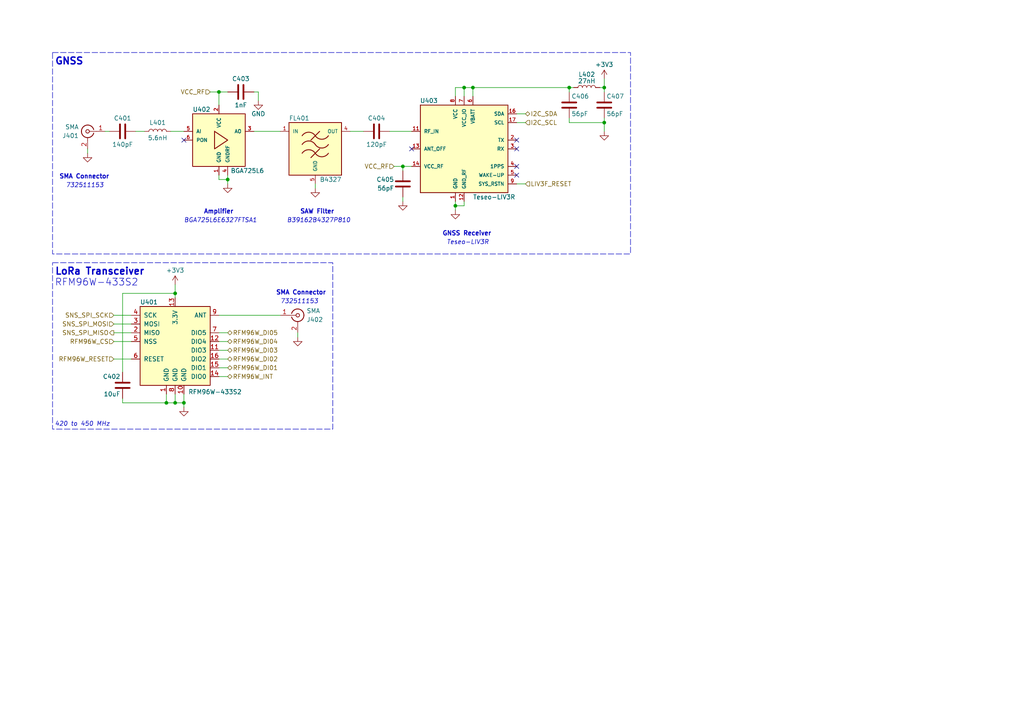
<source format=kicad_sch>
(kicad_sch (version 20230121) (generator eeschema)

  (uuid 25e87aab-0877-4568-a426-1d554c854643)

  (paper "A4")

  (title_block
    (title "MIDAS RF MK1")
    (date "2023-11-10")
    (rev "A")
    (company "Illinois Space Society")
    (comment 4 "Contributors: Yubo Wu")
  )

  (lib_symbols
    (symbol "Connector:Conn_Coaxial" (pin_names (offset 1.016) hide) (in_bom yes) (on_board yes)
      (property "Reference" "J" (at 0.254 3.048 0)
        (effects (font (size 1.27 1.27)))
      )
      (property "Value" "Conn_Coaxial" (at 2.921 0 90)
        (effects (font (size 1.27 1.27)))
      )
      (property "Footprint" "" (at 0 0 0)
        (effects (font (size 1.27 1.27)) hide)
      )
      (property "Datasheet" " ~" (at 0 0 0)
        (effects (font (size 1.27 1.27)) hide)
      )
      (property "ki_keywords" "BNC SMA SMB SMC LEMO coaxial connector CINCH RCA" (at 0 0 0)
        (effects (font (size 1.27 1.27)) hide)
      )
      (property "ki_description" "coaxial connector (BNC, SMA, SMB, SMC, Cinch/RCA, LEMO, ...)" (at 0 0 0)
        (effects (font (size 1.27 1.27)) hide)
      )
      (property "ki_fp_filters" "*BNC* *SMA* *SMB* *SMC* *Cinch* *LEMO*" (at 0 0 0)
        (effects (font (size 1.27 1.27)) hide)
      )
      (symbol "Conn_Coaxial_0_1"
        (arc (start -1.778 -0.508) (mid 0.2311 -1.8066) (end 1.778 0)
          (stroke (width 0.254) (type default))
          (fill (type none))
        )
        (polyline
          (pts
            (xy -2.54 0)
            (xy -0.508 0)
          )
          (stroke (width 0) (type default))
          (fill (type none))
        )
        (polyline
          (pts
            (xy 0 -2.54)
            (xy 0 -1.778)
          )
          (stroke (width 0) (type default))
          (fill (type none))
        )
        (circle (center 0 0) (radius 0.508)
          (stroke (width 0.2032) (type default))
          (fill (type none))
        )
        (arc (start 1.778 0) (mid 0.2099 1.8101) (end -1.778 0.508)
          (stroke (width 0.254) (type default))
          (fill (type none))
        )
      )
      (symbol "Conn_Coaxial_1_1"
        (pin passive line (at -5.08 0 0) (length 2.54)
          (name "In" (effects (font (size 1.27 1.27))))
          (number "1" (effects (font (size 1.27 1.27))))
        )
        (pin passive line (at 0 -5.08 90) (length 2.54)
          (name "Ext" (effects (font (size 1.27 1.27))))
          (number "2" (effects (font (size 1.27 1.27))))
        )
      )
    )
    (symbol "D24V50F5:C" (pin_numbers hide) (pin_names (offset 0.254)) (in_bom yes) (on_board yes)
      (property "Reference" "C" (at 0.635 2.54 0)
        (effects (font (size 1.27 1.27)) (justify left))
      )
      (property "Value" "C" (at 0.635 -2.54 0)
        (effects (font (size 1.27 1.27)) (justify left))
      )
      (property "Footprint" "" (at 0.9652 -3.81 0)
        (effects (font (size 1.27 1.27)) hide)
      )
      (property "Datasheet" "~" (at 0 0 0)
        (effects (font (size 1.27 1.27)) hide)
      )
      (property "ki_keywords" "cap capacitor" (at 0 0 0)
        (effects (font (size 1.27 1.27)) hide)
      )
      (property "ki_description" "Unpolarized capacitor" (at 0 0 0)
        (effects (font (size 1.27 1.27)) hide)
      )
      (property "ki_fp_filters" "C_*" (at 0 0 0)
        (effects (font (size 1.27 1.27)) hide)
      )
      (symbol "C_0_1"
        (polyline
          (pts
            (xy -2.032 -0.762)
            (xy 2.032 -0.762)
          )
          (stroke (width 0.508) (type default))
          (fill (type none))
        )
        (polyline
          (pts
            (xy -2.032 0.762)
            (xy 2.032 0.762)
          )
          (stroke (width 0.508) (type default))
          (fill (type none))
        )
      )
      (symbol "C_1_1"
        (pin passive line (at 0 3.81 270) (length 2.794)
          (name "~" (effects (font (size 1.27 1.27))))
          (number "1" (effects (font (size 1.27 1.27))))
        )
        (pin passive line (at 0 -3.81 90) (length 2.794)
          (name "~" (effects (font (size 1.27 1.27))))
          (number "2" (effects (font (size 1.27 1.27))))
        )
      )
    )
    (symbol "Device:C" (pin_numbers hide) (pin_names (offset 0.254)) (in_bom yes) (on_board yes)
      (property "Reference" "C" (at 0.635 2.54 0)
        (effects (font (size 1.27 1.27)) (justify left))
      )
      (property "Value" "C" (at 0.635 -2.54 0)
        (effects (font (size 1.27 1.27)) (justify left))
      )
      (property "Footprint" "" (at 0.9652 -3.81 0)
        (effects (font (size 1.27 1.27)) hide)
      )
      (property "Datasheet" "~" (at 0 0 0)
        (effects (font (size 1.27 1.27)) hide)
      )
      (property "ki_keywords" "cap capacitor" (at 0 0 0)
        (effects (font (size 1.27 1.27)) hide)
      )
      (property "ki_description" "Unpolarized capacitor" (at 0 0 0)
        (effects (font (size 1.27 1.27)) hide)
      )
      (property "ki_fp_filters" "C_*" (at 0 0 0)
        (effects (font (size 1.27 1.27)) hide)
      )
      (symbol "C_0_1"
        (polyline
          (pts
            (xy -2.032 -0.762)
            (xy 2.032 -0.762)
          )
          (stroke (width 0.508) (type default))
          (fill (type none))
        )
        (polyline
          (pts
            (xy -2.032 0.762)
            (xy 2.032 0.762)
          )
          (stroke (width 0.508) (type default))
          (fill (type none))
        )
      )
      (symbol "C_1_1"
        (pin passive line (at 0 3.81 270) (length 2.794)
          (name "~" (effects (font (size 1.27 1.27))))
          (number "1" (effects (font (size 1.27 1.27))))
        )
        (pin passive line (at 0 -3.81 90) (length 2.794)
          (name "~" (effects (font (size 1.27 1.27))))
          (number "2" (effects (font (size 1.27 1.27))))
        )
      )
    )
    (symbol "Device:L" (pin_numbers hide) (pin_names (offset 1.016) hide) (in_bom yes) (on_board yes)
      (property "Reference" "L" (at -1.27 0 90)
        (effects (font (size 1.27 1.27)))
      )
      (property "Value" "L" (at 1.905 0 90)
        (effects (font (size 1.27 1.27)))
      )
      (property "Footprint" "" (at 0 0 0)
        (effects (font (size 1.27 1.27)) hide)
      )
      (property "Datasheet" "~" (at 0 0 0)
        (effects (font (size 1.27 1.27)) hide)
      )
      (property "ki_keywords" "inductor choke coil reactor magnetic" (at 0 0 0)
        (effects (font (size 1.27 1.27)) hide)
      )
      (property "ki_description" "Inductor" (at 0 0 0)
        (effects (font (size 1.27 1.27)) hide)
      )
      (property "ki_fp_filters" "Choke_* *Coil* Inductor_* L_*" (at 0 0 0)
        (effects (font (size 1.27 1.27)) hide)
      )
      (symbol "L_0_1"
        (arc (start 0 -2.54) (mid 0.6323 -1.905) (end 0 -1.27)
          (stroke (width 0) (type default))
          (fill (type none))
        )
        (arc (start 0 -1.27) (mid 0.6323 -0.635) (end 0 0)
          (stroke (width 0) (type default))
          (fill (type none))
        )
        (arc (start 0 0) (mid 0.6323 0.635) (end 0 1.27)
          (stroke (width 0) (type default))
          (fill (type none))
        )
        (arc (start 0 1.27) (mid 0.6323 1.905) (end 0 2.54)
          (stroke (width 0) (type default))
          (fill (type none))
        )
      )
      (symbol "L_1_1"
        (pin passive line (at 0 3.81 270) (length 1.27)
          (name "1" (effects (font (size 1.27 1.27))))
          (number "1" (effects (font (size 1.27 1.27))))
        )
        (pin passive line (at 0 -3.81 90) (length 1.27)
          (name "2" (effects (font (size 1.27 1.27))))
          (number "2" (effects (font (size 1.27 1.27))))
        )
      )
    )
    (symbol "RF_Amplifier_Infineon:BGA725L6" (pin_names (offset 1.016)) (in_bom yes) (on_board yes)
      (property "Reference" "U" (at -6.985 8.89 0)
        (effects (font (size 1.27 1.27)))
      )
      (property "Value" "BGA725L6" (at 6.985 8.89 0)
        (effects (font (size 1.27 1.27)))
      )
      (property "Footprint" "RF_Amplifier_Infineon:TSNP-6-2" (at 0 0 0)
        (effects (font (size 1.27 1.27)) (justify bottom) hide)
      )
      (property "Datasheet" "https://www.infineon.com/dgdl/BGA725L6_V2+0.pdf?folderId=db3a30431f848401011fcbf2ab4c04c4&fileId=db3a30433784a0400137ef9a4d341f23" (at 0 0 0)
        (effects (font (size 1.27 1.27)) hide)
      )
      (property "ki_keywords" "Low Noise Amplifier GNSS 20db 3.6mA Infineon" (at 0 0 0)
        (effects (font (size 1.27 1.27)) hide)
      )
      (property "ki_description" "Low Noise Amplifier GNSS 20db 3.6mA Infineon" (at 0 0 0)
        (effects (font (size 1.27 1.27)) hide)
      )
      (symbol "BGA725L6_0_0"
        (rectangle (start -7.62 7.62) (end 7.62 -7.62)
          (stroke (width 0.254) (type default))
          (fill (type background))
        )
        (pin power_in line (at 0 -10.16 90) (length 2.54)
          (name "GND" (effects (font (size 1.016 1.016))))
          (number "1" (effects (font (size 1.016 1.016))))
        )
        (pin power_in line (at 0 10.16 270) (length 2.54)
          (name "VCC" (effects (font (size 1.016 1.016))))
          (number "2" (effects (font (size 1.016 1.016))))
        )
        (pin output line (at 10.16 2.54 180) (length 2.54)
          (name "AO" (effects (font (size 1.016 1.016))))
          (number "3" (effects (font (size 1.016 1.016))))
        )
        (pin power_in line (at 2.54 -10.16 90) (length 2.54)
          (name "GNDRF" (effects (font (size 1.016 1.016))))
          (number "4" (effects (font (size 1.016 1.016))))
        )
        (pin input line (at -10.16 2.54 0) (length 2.54)
          (name "AI" (effects (font (size 1.016 1.016))))
          (number "5" (effects (font (size 1.016 1.016))))
        )
        (pin input line (at -10.16 0 0) (length 2.54)
          (name "PON" (effects (font (size 1.016 1.016))))
          (number "6" (effects (font (size 1.016 1.016))))
        )
      )
      (symbol "BGA725L6_1_1"
        (polyline
          (pts
            (xy -1.27 2.54)
            (xy 2.54 0)
            (xy -1.27 -2.54)
            (xy -1.27 2.54)
          )
          (stroke (width 0.254) (type default))
          (fill (type background))
        )
      )
    )
    (symbol "RF_Filter_Qualcomm:B4327" (pin_names (offset 1.016)) (in_bom yes) (on_board yes)
      (property "Reference" "FL" (at -6.35 8.89 0)
        (effects (font (size 1.27 1.27)))
      )
      (property "Value" "B4327" (at 5.08 8.89 0)
        (effects (font (size 1.27 1.27)))
      )
      (property "Footprint" "RF_Filter_Qualcomm:SMD-5" (at 2.54 -17.78 0)
        (effects (font (size 1.27 1.27)) (justify bottom) hide)
      )
      (property "Datasheet" "https://mm.digikey.com/Volume0/opasdata/d220001/medias/docus/992/B39162B4327P810_Rev2.2.pdf" (at -6.35 0 0)
        (effects (font (size 1.27 1.27)) hide)
      )
      (property "ki_keywords" "SAW RF filter Beidou GPS GLONASS Center 1582.4 MHz Qualcomm" (at 0 0 0)
        (effects (font (size 1.27 1.27)) hide)
      )
      (property "ki_description" "SAW RF filter, Beidou GPS GLONASS Center 1582.4 MHz Qualcomm" (at 0 0 0)
        (effects (font (size 1.27 1.27)) hide)
      )
      (symbol "B4327_0_0"
        (rectangle (start -7.62 7.62) (end 7.62 -7.62)
          (stroke (width 0.254) (type default))
          (fill (type background))
        )
        (pin input line (at -10.16 5.08 0) (length 2.54)
          (name "IN" (effects (font (size 1.016 1.016))))
          (number "1" (effects (font (size 1.016 1.016))))
        )
        (pin output line (at 10.16 5.08 180) (length 2.54)
          (name "OUT" (effects (font (size 1.016 1.016))))
          (number "4" (effects (font (size 1.016 1.016))))
        )
        (pin power_in line (at 0 -10.16 90) (length 2.54)
          (name "GND" (effects (font (size 1.016 1.016))))
          (number "5" (effects (font (size 1.016 1.016))))
        )
      )
      (symbol "B4327_0_1"
        (arc (start 0 -1.2699) (mid -1.905 -0.2504) (end -3.81 -1.2699)
          (stroke (width 0.254) (type default))
          (fill (type none))
        )
        (arc (start 0 -1.2699) (mid 1.905 -2.2894) (end 3.81 -1.2699)
          (stroke (width 0.254) (type default))
          (fill (type none))
        )
        (polyline
          (pts
            (xy -1.27 -2.5399)
            (xy 1.27 0.0001)
          )
          (stroke (width 0.254) (type default))
          (fill (type none))
        )
        (polyline
          (pts
            (xy -1.27 2.5401)
            (xy 1.27 5.0801)
          )
          (stroke (width 0.254) (type default))
          (fill (type none))
        )
        (arc (start 0 1.2701) (mid -1.905 2.2896) (end -3.81 1.2701)
          (stroke (width 0.254) (type default))
          (fill (type none))
        )
        (arc (start 0 1.2701) (mid 1.905 0.2506) (end 3.81 1.2701)
          (stroke (width 0.254) (type default))
          (fill (type none))
        )
        (arc (start 0 3.8101) (mid -1.905 4.8296) (end -3.81 3.8101)
          (stroke (width 0.254) (type default))
          (fill (type none))
        )
        (arc (start 0 3.8101) (mid 1.905 2.7906) (end 3.81 3.8101)
          (stroke (width 0.254) (type default))
          (fill (type none))
        )
      )
      (symbol "B4327_1_0"
        (pin power_in line (at 0 -10.16 90) (length 2.54) hide
          (name "GND" (effects (font (size 1.016 1.016))))
          (number "2" (effects (font (size 1.016 1.016))))
        )
        (pin power_in line (at 0 -10.16 90) (length 2.54) hide
          (name "GND" (effects (font (size 1.016 1.016))))
          (number "3" (effects (font (size 1.016 1.016))))
        )
      )
    )
    (symbol "RF_GPS_ST:Teseo-LIV3R" (pin_names (offset 1.016)) (in_bom yes) (on_board yes)
      (property "Reference" "U" (at 40.64 -45.72 0)
        (effects (font (size 1.27 1.27)))
      )
      (property "Value" "Teseo-LIV3R" (at 40.64 -43.18 0)
        (effects (font (size 1.27 1.27)))
      )
      (property "Footprint" "RF_GPS_ST:Teseo-LIV3R" (at -12.7 -40.64 0)
        (effects (font (size 1.27 1.27)) (justify bottom) hide)
      )
      (property "Datasheet" "https://www.st.com/resource/en/datasheet/teseo-liv3r.pdf" (at -2.54 -50.8 0)
        (effects (font (size 1.27 1.27)) hide)
      )
      (property "ki_keywords" "GNSS GPS Module ROM 100km 163 dBm tracking sensitivity 1.5 m CEP ST STMicroelectronics" (at 0 0 0)
        (effects (font (size 1.27 1.27)) hide)
      )
      (property "ki_description" "GNSS Module ROM 100km, 163 dBm tracking sensitivity, 1.5 m CEP ST" (at 0 0 0)
        (effects (font (size 1.27 1.27)) hide)
      )
      (symbol "Teseo-LIV3R_0_0"
        (rectangle (start -12.7 12.7) (end 12.7 -12.7)
          (stroke (width 0.254) (type default))
          (fill (type background))
        )
        (pin power_in line (at 2.54 -15.24 90) (length 2.54)
          (name "GND" (effects (font (size 1.016 1.016))))
          (number "1" (effects (font (size 1.016 1.016))))
        )
        (pin input line (at 15.24 5.08 180) (length 2.54)
          (name "RF_IN" (effects (font (size 1.016 1.016))))
          (number "11" (effects (font (size 1.016 1.016))))
        )
        (pin power_in line (at 0 -15.24 90) (length 2.54)
          (name "GND_RF" (effects (font (size 1.016 1.016))))
          (number "12" (effects (font (size 1.016 1.016))))
        )
        (pin output line (at 15.24 0 180) (length 2.54)
          (name "ANT_OFF" (effects (font (size 1.016 1.016))))
          (number "13" (effects (font (size 1.016 1.016))))
        )
        (pin power_out line (at 15.24 -5.08 180) (length 2.54)
          (name "VCC_RF" (effects (font (size 1.016 1.016))))
          (number "14" (effects (font (size 1.016 1.016))))
        )
        (pin bidirectional line (at -15.24 10.16 0) (length 2.54)
          (name "SDA" (effects (font (size 1.016 1.016))))
          (number "16" (effects (font (size 1.016 1.016))))
        )
        (pin input line (at -15.24 7.62 0) (length 2.54)
          (name "SCL" (effects (font (size 1.016 1.016))))
          (number "17" (effects (font (size 1.016 1.016))))
        )
        (pin output line (at -15.24 2.54 0) (length 2.54)
          (name "TX" (effects (font (size 1.016 1.016))))
          (number "2" (effects (font (size 1.016 1.016))))
        )
        (pin input line (at -15.24 0 0) (length 2.54)
          (name "RX" (effects (font (size 1.016 1.016))))
          (number "3" (effects (font (size 1.016 1.016))))
        )
        (pin output line (at -15.24 -5.08 0) (length 2.54)
          (name "1PPS" (effects (font (size 1.016 1.016))))
          (number "4" (effects (font (size 1.016 1.016))))
        )
        (pin input line (at -15.24 -7.62 0) (length 2.54)
          (name "WAKE-UP" (effects (font (size 1.016 1.016))))
          (number "5" (effects (font (size 1.016 1.016))))
        )
        (pin power_in line (at -2.54 15.24 270) (length 2.54)
          (name "VBATT" (effects (font (size 1.016 1.016))))
          (number "6" (effects (font (size 1.016 1.016))))
        )
        (pin power_in line (at 0 15.24 270) (length 2.54)
          (name "VCC_IO" (effects (font (size 1.016 1.016))))
          (number "7" (effects (font (size 1.016 1.016))))
        )
        (pin power_in line (at 2.54 15.24 270) (length 2.54)
          (name "VCC" (effects (font (size 1.016 1.016))))
          (number "8" (effects (font (size 1.016 1.016))))
        )
        (pin input line (at -15.24 -10.16 0) (length 2.54)
          (name "SYS_RSTN" (effects (font (size 1.016 1.016))))
          (number "9" (effects (font (size 1.016 1.016))))
        )
      )
      (symbol "Teseo-LIV3R_1_0"
        (pin power_in line (at 0 -15.24 90) (length 2.54) hide
          (name "GND_RF" (effects (font (size 1.016 1.016))))
          (number "10" (effects (font (size 1.016 1.016))))
        )
        (pin no_connect line (at 15.24 -10.16 180) (length 2.54) hide
          (name "RESERVED" (effects (font (size 1.016 1.016))))
          (number "15" (effects (font (size 1.016 1.016))))
        )
        (pin no_connect line (at 15.24 -10.16 180) (length 2.54) hide
          (name "RESERVED" (effects (font (size 1.016 1.016))))
          (number "18" (effects (font (size 1.016 1.016))))
        )
      )
    )
    (symbol "RF_Module:RFM96W-433S2" (pin_names (offset 1.016)) (in_bom yes) (on_board yes)
      (property "Reference" "U" (at -10.414 11.684 0)
        (effects (font (size 1.27 1.27)) (justify left))
      )
      (property "Value" "RFM96W-433S2" (at 1.524 11.43 0)
        (effects (font (size 1.27 1.27)) (justify left))
      )
      (property "Footprint" "" (at -83.82 41.91 0)
        (effects (font (size 1.27 1.27)) hide)
      )
      (property "Datasheet" "https://www.hoperf.com/data/upload/portal/20181127/5bfcc0ac60235.pdf" (at -83.82 41.91 0)
        (effects (font (size 1.27 1.27)) hide)
      )
      (property "ki_keywords" "Low power long range transceiver module" (at 0 0 0)
        (effects (font (size 1.27 1.27)) hide)
      )
      (property "ki_description" "Low power long range transceiver module, SPI and parallel interface, 433 MHz, spreading factor 6 to12, bandwidth 7.8 to 500kHz, -111 to -148 dBm, SMD-16, DIP-16" (at 0 0 0)
        (effects (font (size 1.27 1.27)) hide)
      )
      (property "ki_fp_filters" "HOPERF*RFM9XW*" (at 0 0 0)
        (effects (font (size 1.27 1.27)) hide)
      )
      (symbol "RFM96W-433S2_0_1"
        (rectangle (start -10.16 10.16) (end 10.16 -12.7)
          (stroke (width 0.254) (type default))
          (fill (type background))
        )
      )
      (symbol "RFM96W-433S2_1_1"
        (pin power_in line (at -2.54 -15.24 90) (length 2.54)
          (name "GND" (effects (font (size 1.27 1.27))))
          (number "1" (effects (font (size 1.27 1.27))))
        )
        (pin power_in line (at 2.54 -15.24 90) (length 2.54)
          (name "GND" (effects (font (size 1.27 1.27))))
          (number "10" (effects (font (size 1.27 1.27))))
        )
        (pin bidirectional line (at 12.7 -2.54 180) (length 2.54)
          (name "DIO3" (effects (font (size 1.27 1.27))))
          (number "11" (effects (font (size 1.27 1.27))))
        )
        (pin bidirectional line (at 12.7 0 180) (length 2.54)
          (name "DIO4" (effects (font (size 1.27 1.27))))
          (number "12" (effects (font (size 1.27 1.27))))
        )
        (pin power_in line (at 0 12.7 270) (length 2.54)
          (name "3.3V" (effects (font (size 1.27 1.27))))
          (number "13" (effects (font (size 1.27 1.27))))
        )
        (pin bidirectional line (at 12.7 -10.16 180) (length 2.54)
          (name "DIO0" (effects (font (size 1.27 1.27))))
          (number "14" (effects (font (size 1.27 1.27))))
        )
        (pin bidirectional line (at 12.7 -7.62 180) (length 2.54)
          (name "DIO1" (effects (font (size 1.27 1.27))))
          (number "15" (effects (font (size 1.27 1.27))))
        )
        (pin bidirectional line (at 12.7 -5.08 180) (length 2.54)
          (name "DIO2" (effects (font (size 1.27 1.27))))
          (number "16" (effects (font (size 1.27 1.27))))
        )
        (pin output line (at -12.7 2.54 0) (length 2.54)
          (name "MISO" (effects (font (size 1.27 1.27))))
          (number "2" (effects (font (size 1.27 1.27))))
        )
        (pin input line (at -12.7 5.08 0) (length 2.54)
          (name "MOSI" (effects (font (size 1.27 1.27))))
          (number "3" (effects (font (size 1.27 1.27))))
        )
        (pin input line (at -12.7 7.62 0) (length 2.54)
          (name "SCK" (effects (font (size 1.27 1.27))))
          (number "4" (effects (font (size 1.27 1.27))))
        )
        (pin input line (at -12.7 0 0) (length 2.54)
          (name "NSS" (effects (font (size 1.27 1.27))))
          (number "5" (effects (font (size 1.27 1.27))))
        )
        (pin bidirectional line (at -12.7 -5.08 0) (length 2.54)
          (name "RESET" (effects (font (size 1.27 1.27))))
          (number "6" (effects (font (size 1.27 1.27))))
        )
        (pin bidirectional line (at 12.7 2.54 180) (length 2.54)
          (name "DIO5" (effects (font (size 1.27 1.27))))
          (number "7" (effects (font (size 1.27 1.27))))
        )
        (pin power_in line (at 0 -15.24 90) (length 2.54)
          (name "GND" (effects (font (size 1.27 1.27))))
          (number "8" (effects (font (size 1.27 1.27))))
        )
        (pin bidirectional line (at 12.7 7.62 180) (length 2.54)
          (name "ANT" (effects (font (size 1.27 1.27))))
          (number "9" (effects (font (size 1.27 1.27))))
        )
      )
    )
    (symbol "power:+3V3" (power) (pin_names (offset 0)) (in_bom yes) (on_board yes)
      (property "Reference" "#PWR" (at 0 -3.81 0)
        (effects (font (size 1.27 1.27)) hide)
      )
      (property "Value" "+3V3" (at 0 3.556 0)
        (effects (font (size 1.27 1.27)))
      )
      (property "Footprint" "" (at 0 0 0)
        (effects (font (size 1.27 1.27)) hide)
      )
      (property "Datasheet" "" (at 0 0 0)
        (effects (font (size 1.27 1.27)) hide)
      )
      (property "ki_keywords" "global power" (at 0 0 0)
        (effects (font (size 1.27 1.27)) hide)
      )
      (property "ki_description" "Power symbol creates a global label with name \"+3V3\"" (at 0 0 0)
        (effects (font (size 1.27 1.27)) hide)
      )
      (symbol "+3V3_0_1"
        (polyline
          (pts
            (xy -0.762 1.27)
            (xy 0 2.54)
          )
          (stroke (width 0) (type default))
          (fill (type none))
        )
        (polyline
          (pts
            (xy 0 0)
            (xy 0 2.54)
          )
          (stroke (width 0) (type default))
          (fill (type none))
        )
        (polyline
          (pts
            (xy 0 2.54)
            (xy 0.762 1.27)
          )
          (stroke (width 0) (type default))
          (fill (type none))
        )
      )
      (symbol "+3V3_1_1"
        (pin power_in line (at 0 0 90) (length 0) hide
          (name "+3V3" (effects (font (size 1.27 1.27))))
          (number "1" (effects (font (size 1.27 1.27))))
        )
      )
    )
    (symbol "power:GND" (power) (pin_names (offset 0)) (in_bom yes) (on_board yes)
      (property "Reference" "#PWR" (at 0 -6.35 0)
        (effects (font (size 1.27 1.27)) hide)
      )
      (property "Value" "GND" (at 0 -3.81 0)
        (effects (font (size 1.27 1.27)))
      )
      (property "Footprint" "" (at 0 0 0)
        (effects (font (size 1.27 1.27)) hide)
      )
      (property "Datasheet" "" (at 0 0 0)
        (effects (font (size 1.27 1.27)) hide)
      )
      (property "ki_keywords" "global power" (at 0 0 0)
        (effects (font (size 1.27 1.27)) hide)
      )
      (property "ki_description" "Power symbol creates a global label with name \"GND\" , ground" (at 0 0 0)
        (effects (font (size 1.27 1.27)) hide)
      )
      (symbol "GND_0_1"
        (polyline
          (pts
            (xy 0 0)
            (xy 0 -1.27)
            (xy 1.27 -1.27)
            (xy 0 -2.54)
            (xy -1.27 -1.27)
            (xy 0 -1.27)
          )
          (stroke (width 0) (type default))
          (fill (type none))
        )
      )
      (symbol "GND_1_1"
        (pin power_in line (at 0 0 270) (length 0) hide
          (name "GND" (effects (font (size 1.27 1.27))))
          (number "1" (effects (font (size 1.27 1.27))))
        )
      )
    )
  )

  (junction (at 137.16 25.4) (diameter 0) (color 0 0 0 0)
    (uuid 090a6cb9-6d4a-4854-a20a-2c2732df7054)
  )
  (junction (at 50.8 116.84) (diameter 0) (color 0 0 0 0)
    (uuid 0ba13694-939c-4532-9187-4742aa17f50e)
  )
  (junction (at 63.5 26.67) (diameter 0) (color 0 0 0 0)
    (uuid 11a83047-24d5-485c-b791-3fa38fd032ba)
  )
  (junction (at 66.04 52.07) (diameter 0) (color 0 0 0 0)
    (uuid 16e415d0-fd45-4d40-90f8-3097c0fbd2de)
  )
  (junction (at 48.26 116.84) (diameter 0) (color 0 0 0 0)
    (uuid 6132ba98-10d2-46e9-8a75-37908c3d83cb)
  )
  (junction (at 50.8 85.09) (diameter 0) (color 0 0 0 0)
    (uuid 6ff050e2-fdb7-40da-a6c9-d93cbfc16d46)
  )
  (junction (at 175.26 25.4) (diameter 0) (color 0 0 0 0)
    (uuid 76866073-c301-47a5-a290-a8f9c9921380)
  )
  (junction (at 132.08 59.69) (diameter 0) (color 0 0 0 0)
    (uuid 8ad7099c-ef57-4e2f-9c77-d4bc9af13d59)
  )
  (junction (at 116.84 48.26) (diameter 0) (color 0 0 0 0)
    (uuid 9502afc8-c1b1-44cd-a291-f151caa7551d)
  )
  (junction (at 134.62 25.4) (diameter 0) (color 0 0 0 0)
    (uuid a9b13e46-2f85-4e8a-805c-53976fd75c88)
  )
  (junction (at 175.26 35.56) (diameter 0) (color 0 0 0 0)
    (uuid d0c4325c-970e-4ab3-beec-4f9d644566d5)
  )
  (junction (at 53.34 116.84) (diameter 0) (color 0 0 0 0)
    (uuid f851b4d0-1fe9-4430-98c8-ff0cf3ffa95b)
  )
  (junction (at 165.1 25.4) (diameter 0) (color 0 0 0 0)
    (uuid f96cc8cc-ce3d-4daa-93da-bf626e2719bd)
  )

  (no_connect (at 149.86 48.26) (uuid 1e44f6a7-1fb4-44e2-8f15-236bce9aa898))
  (no_connect (at 53.34 40.64) (uuid 49a84844-6fa3-46f4-8694-3a10ed2a0b99))
  (no_connect (at 149.86 43.18) (uuid 6c83b8ca-f50c-4bdf-9702-1f599c997f96))
  (no_connect (at 149.86 50.8) (uuid ad9112ad-e23c-45f6-bd99-717d6cd4a26f))
  (no_connect (at 149.86 40.64) (uuid b14df118-85a9-408a-8098-487c2b74a401))
  (no_connect (at 119.38 43.18) (uuid c7a5ecf8-b22b-41db-8406-21c6ab395c1b))

  (wire (pts (xy 35.56 85.09) (xy 50.8 85.09))
    (stroke (width 0) (type default))
    (uuid 03087d76-77f1-441e-b954-9768bfde7810)
  )
  (wire (pts (xy 132.08 59.69) (xy 132.08 60.96))
    (stroke (width 0) (type default))
    (uuid 06f89051-9556-4821-9f18-ade0e598e1dc)
  )
  (wire (pts (xy 134.62 59.69) (xy 134.62 58.42))
    (stroke (width 0) (type default))
    (uuid 079c0b26-b7dc-4f6b-b5be-e33cb2783749)
  )
  (wire (pts (xy 175.26 25.4) (xy 173.99 25.4))
    (stroke (width 0) (type default))
    (uuid 0a99bfae-ac2e-4095-a01e-eb14597ae6fa)
  )
  (wire (pts (xy 63.5 109.22) (xy 66.04 109.22))
    (stroke (width 0) (type default))
    (uuid 0f4f4dd6-1e93-400f-9ebf-c53a5f9a105f)
  )
  (wire (pts (xy 63.5 50.8) (xy 63.5 52.07))
    (stroke (width 0) (type default))
    (uuid 11c3354a-2b31-4cd2-a108-4a554e644a82)
  )
  (wire (pts (xy 49.53 38.1) (xy 53.34 38.1))
    (stroke (width 0) (type default))
    (uuid 14024566-1e4e-432d-ba45-8601f4ec9dcb)
  )
  (wire (pts (xy 50.8 85.09) (xy 50.8 86.36))
    (stroke (width 0) (type default))
    (uuid 1bcd572d-f1ea-4723-a50f-d4a0e0e53bf6)
  )
  (wire (pts (xy 113.03 38.1) (xy 119.38 38.1))
    (stroke (width 0) (type default))
    (uuid 25415565-3c25-453b-bdd7-8ef6d7b879e3)
  )
  (wire (pts (xy 48.26 116.84) (xy 50.8 116.84))
    (stroke (width 0) (type default))
    (uuid 25a2b644-a177-435c-9882-4ba7fee900fe)
  )
  (wire (pts (xy 63.5 30.48) (xy 63.5 26.67))
    (stroke (width 0) (type default))
    (uuid 272bba3c-7fa4-47ce-8a36-c01b7916a1f2)
  )
  (wire (pts (xy 86.36 96.52) (xy 86.36 97.79))
    (stroke (width 0) (type default))
    (uuid 2849c13f-74d0-4cf8-98db-d5b3e72362c5)
  )
  (wire (pts (xy 25.4 43.18) (xy 25.4 44.45))
    (stroke (width 0) (type default))
    (uuid 2aff4f09-ae1c-4859-9e98-7d776910f2f1)
  )
  (wire (pts (xy 50.8 82.55) (xy 50.8 85.09))
    (stroke (width 0) (type default))
    (uuid 2dd2bf80-3bef-4dd6-be01-85a0f8aefabb)
  )
  (wire (pts (xy 152.4 35.56) (xy 149.86 35.56))
    (stroke (width 0) (type default))
    (uuid 366e6c32-cbcb-4919-8d16-e86ab298eed1)
  )
  (wire (pts (xy 74.93 29.21) (xy 74.93 26.67))
    (stroke (width 0) (type default))
    (uuid 3b9fcb47-3da0-4598-8034-932eac470143)
  )
  (wire (pts (xy 132.08 58.42) (xy 132.08 59.69))
    (stroke (width 0) (type default))
    (uuid 3efbca2a-7b1b-4c95-bcbb-b92e115bf088)
  )
  (wire (pts (xy 134.62 25.4) (xy 134.62 27.94))
    (stroke (width 0) (type default))
    (uuid 4276e03b-3454-41a0-8297-c704f2dd628d)
  )
  (wire (pts (xy 50.8 114.3) (xy 50.8 116.84))
    (stroke (width 0) (type default))
    (uuid 486d7c56-1775-47ae-baf3-54399d3ebb13)
  )
  (wire (pts (xy 63.5 96.52) (xy 66.04 96.52))
    (stroke (width 0) (type default))
    (uuid 498b33d2-8450-40ed-ab7e-f5fc4d39daa5)
  )
  (wire (pts (xy 137.16 25.4) (xy 137.16 27.94))
    (stroke (width 0) (type default))
    (uuid 4a38a4fa-f94f-4df1-8ab0-6aa645b90beb)
  )
  (wire (pts (xy 39.37 38.1) (xy 41.91 38.1))
    (stroke (width 0) (type default))
    (uuid 4bba74ac-c0d5-4ddf-a742-b0e7c9c673f0)
  )
  (wire (pts (xy 175.26 22.86) (xy 175.26 25.4))
    (stroke (width 0) (type default))
    (uuid 4dc93374-de5c-4827-8996-5f690841ee95)
  )
  (wire (pts (xy 63.5 104.14) (xy 66.04 104.14))
    (stroke (width 0) (type default))
    (uuid 50e7d98d-37e9-4fb9-be3c-68acfb88729f)
  )
  (wire (pts (xy 63.5 52.07) (xy 66.04 52.07))
    (stroke (width 0) (type default))
    (uuid 5286a527-95c9-4bec-97c3-87795f537336)
  )
  (wire (pts (xy 63.5 91.44) (xy 81.28 91.44))
    (stroke (width 0) (type default))
    (uuid 61230c4b-42d4-4916-b248-0672e4717d6c)
  )
  (wire (pts (xy 33.02 104.14) (xy 38.1 104.14))
    (stroke (width 0) (type default))
    (uuid 63d82eec-2d08-48d2-ab36-42b9fbded041)
  )
  (wire (pts (xy 38.1 91.44) (xy 33.02 91.44))
    (stroke (width 0) (type default))
    (uuid 6721879f-574e-4b66-9ecd-a2487d72ceed)
  )
  (wire (pts (xy 63.5 106.68) (xy 66.04 106.68))
    (stroke (width 0) (type default))
    (uuid 686e5b7e-966a-442d-8a93-853d103be033)
  )
  (wire (pts (xy 165.1 34.29) (xy 165.1 35.56))
    (stroke (width 0) (type default))
    (uuid 693e52a5-cc09-4445-99fc-f2e86ea89685)
  )
  (wire (pts (xy 60.96 26.67) (xy 63.5 26.67))
    (stroke (width 0) (type default))
    (uuid 6a1562ff-48c2-4017-865b-4eb4550ce47a)
  )
  (wire (pts (xy 132.08 27.94) (xy 132.08 25.4))
    (stroke (width 0) (type default))
    (uuid 703a33f6-86ff-4cde-ab54-c3785cd3e5d9)
  )
  (wire (pts (xy 30.48 38.1) (xy 31.75 38.1))
    (stroke (width 0) (type default))
    (uuid 75447a1d-38ba-497f-98c9-8db3415378f8)
  )
  (wire (pts (xy 116.84 48.26) (xy 116.84 49.53))
    (stroke (width 0) (type default))
    (uuid 8d5d3461-b5f1-4bda-8b85-9caf79a5d522)
  )
  (wire (pts (xy 66.04 50.8) (xy 66.04 52.07))
    (stroke (width 0) (type default))
    (uuid 90848836-7e21-45e6-98bb-c9b4409960c5)
  )
  (wire (pts (xy 152.4 53.34) (xy 149.86 53.34))
    (stroke (width 0) (type default))
    (uuid 9623c725-45cd-40ad-a5b8-35b2ede7add7)
  )
  (wire (pts (xy 48.26 114.3) (xy 48.26 116.84))
    (stroke (width 0) (type default))
    (uuid 99f95a07-5dfb-4781-96e5-4dbd26bc62ef)
  )
  (wire (pts (xy 119.38 48.26) (xy 116.84 48.26))
    (stroke (width 0) (type default))
    (uuid 9db3f421-cbd8-4803-aaf4-0805b1b782be)
  )
  (wire (pts (xy 35.56 115.57) (xy 35.56 116.84))
    (stroke (width 0) (type default))
    (uuid a3726591-fdd7-4166-9e6a-ddbca6ec43d7)
  )
  (wire (pts (xy 166.37 25.4) (xy 165.1 25.4))
    (stroke (width 0) (type default))
    (uuid a6c344cf-1540-4900-a111-796bb3b7085f)
  )
  (wire (pts (xy 53.34 116.84) (xy 53.34 118.11))
    (stroke (width 0) (type default))
    (uuid a9be0391-c047-4fb5-bdc4-2a7290be3f52)
  )
  (wire (pts (xy 63.5 99.06) (xy 66.04 99.06))
    (stroke (width 0) (type default))
    (uuid aca21158-f4bb-4848-90e4-456754c603b4)
  )
  (wire (pts (xy 137.16 25.4) (xy 165.1 25.4))
    (stroke (width 0) (type default))
    (uuid acf8d9ae-5d1f-4e59-9a72-112997c27bde)
  )
  (wire (pts (xy 132.08 59.69) (xy 134.62 59.69))
    (stroke (width 0) (type default))
    (uuid aef9dc3c-5dfe-4208-8ef1-b32ea5e5e499)
  )
  (wire (pts (xy 33.02 93.98) (xy 38.1 93.98))
    (stroke (width 0) (type default))
    (uuid af9768ec-2622-451d-ab48-84b2b3b510c1)
  )
  (wire (pts (xy 116.84 57.15) (xy 116.84 58.42))
    (stroke (width 0) (type default))
    (uuid afc26f37-3826-4451-a639-8c7c81fcfceb)
  )
  (wire (pts (xy 74.93 26.67) (xy 73.66 26.67))
    (stroke (width 0) (type default))
    (uuid b542d393-4a56-4d9c-b4dc-c7567e14fd89)
  )
  (wire (pts (xy 66.04 52.07) (xy 66.04 53.34))
    (stroke (width 0) (type default))
    (uuid b5f932ef-aa20-4fac-b110-c72b176d78bc)
  )
  (wire (pts (xy 91.44 53.34) (xy 91.44 54.61))
    (stroke (width 0) (type default))
    (uuid bb369347-ad9a-4696-85b7-c04ce549efd8)
  )
  (wire (pts (xy 165.1 35.56) (xy 175.26 35.56))
    (stroke (width 0) (type default))
    (uuid bcdb43bb-ad00-4eb2-a329-3448ee1f4883)
  )
  (wire (pts (xy 175.26 26.67) (xy 175.26 25.4))
    (stroke (width 0) (type default))
    (uuid bfc8c296-b70b-425f-8362-5539dabb1d88)
  )
  (wire (pts (xy 134.62 25.4) (xy 137.16 25.4))
    (stroke (width 0) (type default))
    (uuid c2e6ca1b-5e20-436a-9e19-1d4f403e8d29)
  )
  (wire (pts (xy 175.26 34.29) (xy 175.26 35.56))
    (stroke (width 0) (type default))
    (uuid ca3fac8b-75ff-49e8-9fe0-a8c80f78bd5a)
  )
  (wire (pts (xy 116.84 48.26) (xy 114.3 48.26))
    (stroke (width 0) (type default))
    (uuid cb80ee53-2584-4992-8246-ca2067b34774)
  )
  (wire (pts (xy 48.26 116.84) (xy 35.56 116.84))
    (stroke (width 0) (type default))
    (uuid d73b0ea6-007b-49a8-b23d-1c0028b7b950)
  )
  (wire (pts (xy 152.4 33.02) (xy 149.86 33.02))
    (stroke (width 0) (type default))
    (uuid d9592345-ae1f-4e25-a09c-73fac73d452d)
  )
  (wire (pts (xy 73.66 38.1) (xy 81.28 38.1))
    (stroke (width 0) (type default))
    (uuid d97f5b32-0c6f-477f-afaf-5216ab34620b)
  )
  (wire (pts (xy 165.1 26.67) (xy 165.1 25.4))
    (stroke (width 0) (type default))
    (uuid de9aab0f-ce5e-47f1-85dd-42c711a2f62e)
  )
  (wire (pts (xy 38.1 96.52) (xy 33.02 96.52))
    (stroke (width 0) (type default))
    (uuid dfbe2a81-1009-47cb-87e7-21406f233c2a)
  )
  (wire (pts (xy 35.56 85.09) (xy 35.56 107.95))
    (stroke (width 0) (type default))
    (uuid e1b4464e-f3ab-446f-963c-19d2bd84211b)
  )
  (wire (pts (xy 175.26 35.56) (xy 175.26 38.1))
    (stroke (width 0) (type default))
    (uuid e322bba6-5fdb-4fa6-8833-2959c7916b7c)
  )
  (wire (pts (xy 53.34 114.3) (xy 53.34 116.84))
    (stroke (width 0) (type default))
    (uuid e8e65ac6-294d-4151-a30b-66269e619ab0)
  )
  (wire (pts (xy 101.6 38.1) (xy 105.41 38.1))
    (stroke (width 0) (type default))
    (uuid e8ed48a2-43b8-4446-bbdb-992c90cf016a)
  )
  (wire (pts (xy 53.34 116.84) (xy 50.8 116.84))
    (stroke (width 0) (type default))
    (uuid ea77b7fb-4156-46d9-b022-ecf333ffa282)
  )
  (wire (pts (xy 33.02 99.06) (xy 38.1 99.06))
    (stroke (width 0) (type default))
    (uuid f02f9786-3cbb-41aa-843d-90d1ff5e4ce9)
  )
  (wire (pts (xy 63.5 101.6) (xy 66.04 101.6))
    (stroke (width 0) (type default))
    (uuid f0dfab15-0f8d-48c8-a2c8-b8f7e8edcada)
  )
  (wire (pts (xy 63.5 26.67) (xy 66.04 26.67))
    (stroke (width 0) (type default))
    (uuid f28aaf90-d12f-48e0-b44f-91cb7881fe6c)
  )
  (wire (pts (xy 132.08 25.4) (xy 134.62 25.4))
    (stroke (width 0) (type default))
    (uuid fa74fcdb-6957-450b-9b2b-d9f49c17a001)
  )

  (rectangle (start 15.24 15.24) (end 182.88 73.66)
    (stroke (width 0) (type dash))
    (fill (type none))
    (uuid 5195dd94-171b-4968-af71-a2db014a63cf)
  )
  (rectangle (start 15.24 76.2) (end 96.52 124.46)
    (stroke (width 0) (type dash))
    (fill (type none))
    (uuid 6915261c-03c5-4467-ac98-26f5f3ec1b57)
  )

  (text "732511153" (at 81.28 88.265 0)
    (effects (font (size 1.27 1.27) italic) (justify left bottom))
    (uuid 05e009ee-88e7-4a6c-a86d-dfb84e4731c4)
  )
  (text "Amplifier" (at 59.055 62.23 0)
    (effects (font (size 1.27 1.27) (thickness 0.254) bold) (justify left bottom))
    (uuid 0a63a3a2-230c-41a4-a61f-4eda18f6eb2f)
  )
  (text "GNSS Receiver" (at 128.27 68.58 0)
    (effects (font (size 1.27 1.27) (thickness 0.254) bold) (justify left bottom))
    (uuid 0df42b13-7613-46cc-b352-73875d61cf7e)
  )
  (text "B39162B4327P810" (at 83.185 64.77 0)
    (effects (font (size 1.27 1.27) italic) (justify left bottom))
    (uuid 1b2d2a9f-4b62-489c-9442-0e9b588a3be9)
  )
  (text "SAW Filter" (at 86.995 62.23 0)
    (effects (font (size 1.27 1.27) (thickness 0.254) bold) (justify left bottom))
    (uuid 1ce9693c-ad4e-4b3a-afb8-e00c3d81d8e8)
  )
  (text "SMA Connector" (at 17.145 52.07 0)
    (effects (font (size 1.27 1.27) (thickness 0.254) bold) (justify left bottom))
    (uuid 56389be7-80ad-47f7-8913-3b7cb3d4e502)
  )
  (text "SMA Connector" (at 80.01 85.725 0)
    (effects (font (size 1.27 1.27) (thickness 0.254) bold) (justify left bottom))
    (uuid 82126412-fb72-4941-8f36-37527d099bcd)
  )
  (text "LoRa Transceiver" (at 15.875 80.01 0)
    (effects (font (size 2 2) bold) (justify left bottom))
    (uuid af25d519-adef-44dc-a2ed-dbaf49763b6d)
  )
  (text "Teseo-LIV3R" (at 129.54 71.12 0)
    (effects (font (size 1.27 1.27) italic) (justify left bottom))
    (uuid af32de1a-6ca5-4081-b44e-0138c971f6c3)
  )
  (text "732511153" (at 19.05 54.61 0)
    (effects (font (size 1.27 1.27) italic) (justify left bottom))
    (uuid bd5c4ecf-0e7a-4a4d-b5cb-6e1b097bec4a)
  )
  (text "BGA725L6E6327FTSA1" (at 53.34 64.77 0)
    (effects (font (size 1.27 1.27) italic) (justify left bottom))
    (uuid c2c8fffd-df41-4429-abf5-9735a378171e)
  )
  (text "420 to 450 MHz" (at 15.875 123.825 0)
    (effects (font (size 1.27 1.27) italic) (justify left bottom))
    (uuid d8ed3f7e-746f-4fad-9a8c-5ad279ca163b)
  )
  (text "RFM96W-433S2" (at 15.875 83.185 0)
    (effects (font (size 2 2)) (justify left bottom))
    (uuid ec32ab69-6d59-4eb3-a6d5-c44836ee38a2)
  )
  (text "GNSS" (at 15.875 19.05 0)
    (effects (font (size 2 2) (thickness 0.4) bold) (justify left bottom))
    (uuid ee8e7161-24c7-4c08-9c06-67a989244598)
  )

  (hierarchical_label "RFM96W_DI02" (shape bidirectional) (at 66.04 104.14 0) (fields_autoplaced)
    (effects (font (size 1.27 1.27)) (justify left))
    (uuid 3b73e381-001c-45b5-ab53-e38d474c348c)
  )
  (hierarchical_label "I2C_SCL" (shape input) (at 152.4 35.56 0) (fields_autoplaced)
    (effects (font (size 1.27 1.27)) (justify left))
    (uuid 3e6bfd3e-bb18-466e-9105-62dec4051aa1)
  )
  (hierarchical_label "SNS_SPI_MOSI" (shape input) (at 33.02 93.98 180) (fields_autoplaced)
    (effects (font (size 1.27 1.27)) (justify right))
    (uuid 41728ad6-ea12-4b4b-9513-e5600a62f429)
  )
  (hierarchical_label "LIV3F_RESET" (shape input) (at 152.4 53.34 0) (fields_autoplaced)
    (effects (font (size 1.27 1.27)) (justify left))
    (uuid 652e7f3f-7a5e-4c14-ad8a-fe355824bb11)
  )
  (hierarchical_label "RFM96W_CS" (shape input) (at 33.02 99.06 180) (fields_autoplaced)
    (effects (font (size 1.27 1.27)) (justify right))
    (uuid 67d4fc99-31d0-4f52-9bb8-81255ebc1a02)
  )
  (hierarchical_label "RFM96W_DI03" (shape bidirectional) (at 66.04 101.6 0) (fields_autoplaced)
    (effects (font (size 1.27 1.27)) (justify left))
    (uuid 6af73990-1d4c-4796-81dc-974236762603)
  )
  (hierarchical_label "RFM96W_DI05" (shape bidirectional) (at 66.04 96.52 0) (fields_autoplaced)
    (effects (font (size 1.27 1.27)) (justify left))
    (uuid 86c40e53-39a8-482d-9bd0-294e80dedeb6)
  )
  (hierarchical_label "VCC_RF" (shape input) (at 60.96 26.67 180) (fields_autoplaced)
    (effects (font (size 1.27 1.27)) (justify right))
    (uuid 8725e90b-6ae3-4507-bf30-01d77015ede9)
  )
  (hierarchical_label "SNS_SPI_MISO" (shape output) (at 33.02 96.52 180) (fields_autoplaced)
    (effects (font (size 1.27 1.27)) (justify right))
    (uuid b775e72a-7783-43fe-95db-62ce19414aaa)
  )
  (hierarchical_label "VCC_RF" (shape input) (at 114.3 48.26 180) (fields_autoplaced)
    (effects (font (size 1.27 1.27)) (justify right))
    (uuid bb94ee83-7a23-45b0-82eb-e2bb1b4957a4)
  )
  (hierarchical_label "RFM96W_DI04" (shape bidirectional) (at 66.04 99.06 0) (fields_autoplaced)
    (effects (font (size 1.27 1.27)) (justify left))
    (uuid d38ff814-fa9a-4383-a626-c2d5bfca7007)
  )
  (hierarchical_label "RFM96W_INT" (shape bidirectional) (at 66.04 109.22 0) (fields_autoplaced)
    (effects (font (size 1.27 1.27)) (justify left))
    (uuid ddb55a79-4efe-4a04-91e5-7e705aa465bd)
  )
  (hierarchical_label "SNS_SPI_SCK" (shape input) (at 33.02 91.44 180) (fields_autoplaced)
    (effects (font (size 1.27 1.27)) (justify right))
    (uuid e310c62f-ec4b-460d-a42e-b135f6016f5b)
  )
  (hierarchical_label "RFM96W_DI01" (shape bidirectional) (at 66.04 106.68 0) (fields_autoplaced)
    (effects (font (size 1.27 1.27)) (justify left))
    (uuid ed7e88d3-cd4f-4d10-b0f5-a39366aa21d7)
  )
  (hierarchical_label "I2C_SDA" (shape bidirectional) (at 152.4 33.02 0) (fields_autoplaced)
    (effects (font (size 1.27 1.27)) (justify left))
    (uuid f19fc675-3cbb-4123-b38a-461008ff1919)
  )
  (hierarchical_label "RFM96W_RESET" (shape input) (at 33.02 104.14 180) (fields_autoplaced)
    (effects (font (size 1.27 1.27)) (justify right))
    (uuid f61882b3-e9bc-4147-866e-b028f437161e)
  )

  (symbol (lib_id "Device:C") (at 165.1 30.48 0) (mirror y) (unit 1)
    (in_bom yes) (on_board yes) (dnp no)
    (uuid 056bfbf1-eeb6-49ac-838b-fa4af3416067)
    (property "Reference" "C406" (at 165.735 27.94 0)
      (effects (font (size 1.27 1.27)) (justify right))
    )
    (property "Value" "56pF" (at 165.735 33.02 0)
      (effects (font (size 1.27 1.27)) (justify right))
    )
    (property "Footprint" "Capacitor_SMD:C_0603_1608Metric" (at 164.1348 34.29 0)
      (effects (font (size 1.27 1.27)) hide)
    )
    (property "Datasheet" "~" (at 165.1 30.48 0)
      (effects (font (size 1.27 1.27)) hide)
    )
    (pin "1" (uuid 4d778492-26e1-4830-9167-300721eff2fd))
    (pin "2" (uuid 9d58fc3b-dd9c-4ab8-b9d3-f5f743ffa2ba))
    (instances
      (project "MIDAS-MK1"
        (path "/6007cf46-4651-4a02-8f98-d5846f3575c7/1f8badf0-4271-4f49-9799-d79e3356c3ac"
          (reference "C406") (unit 1)
        )
      )
    )
  )

  (symbol (lib_id "power:GND") (at 53.34 118.11 0) (unit 1)
    (in_bom yes) (on_board yes) (dnp no)
    (uuid 086f3125-4570-48be-b4b8-9e31e755ae82)
    (property "Reference" "#PWR0403" (at 53.34 124.46 0)
      (effects (font (size 1.27 1.27)) hide)
    )
    (property "Value" "GND" (at 53.34 121.92 0)
      (effects (font (size 1.27 1.27)) hide)
    )
    (property "Footprint" "" (at 53.34 118.11 0)
      (effects (font (size 1.27 1.27)) hide)
    )
    (property "Datasheet" "" (at 53.34 118.11 0)
      (effects (font (size 1.27 1.27)) hide)
    )
    (pin "1" (uuid a6b02c60-7444-43f0-875f-b2f8a4cd4b86))
    (instances
      (project "MIDAS-MK1"
        (path "/6007cf46-4651-4a02-8f98-d5846f3575c7/1f8badf0-4271-4f49-9799-d79e3356c3ac"
          (reference "#PWR0403") (unit 1)
        )
      )
    )
  )

  (symbol (lib_id "Device:C") (at 175.26 30.48 0) (mirror y) (unit 1)
    (in_bom yes) (on_board yes) (dnp no)
    (uuid 14ff4e69-d595-47ce-958f-6c6a8f103063)
    (property "Reference" "C407" (at 175.895 27.94 0)
      (effects (font (size 1.27 1.27)) (justify right))
    )
    (property "Value" "56pF" (at 175.895 33.02 0)
      (effects (font (size 1.27 1.27)) (justify right))
    )
    (property "Footprint" "Capacitor_SMD:C_0603_1608Metric" (at 174.2948 34.29 0)
      (effects (font (size 1.27 1.27)) hide)
    )
    (property "Datasheet" "~" (at 175.26 30.48 0)
      (effects (font (size 1.27 1.27)) hide)
    )
    (pin "1" (uuid 59bb5250-1015-423b-b9da-064bfa2b8c6d))
    (pin "2" (uuid 07c6dd69-61a1-4c6d-977e-884d09df52e2))
    (instances
      (project "MIDAS-MK1"
        (path "/6007cf46-4651-4a02-8f98-d5846f3575c7/1f8badf0-4271-4f49-9799-d79e3356c3ac"
          (reference "C407") (unit 1)
        )
      )
    )
  )

  (symbol (lib_id "power:+3V3") (at 50.8 82.55 0) (mirror y) (unit 1)
    (in_bom yes) (on_board yes) (dnp no) (fields_autoplaced)
    (uuid 16fe11a9-4ea0-4339-8f3c-9bf8ba710588)
    (property "Reference" "#PWR0402" (at 50.8 86.36 0)
      (effects (font (size 1.27 1.27)) hide)
    )
    (property "Value" "+3V3" (at 50.8 78.4169 0)
      (effects (font (size 1.27 1.27)))
    )
    (property "Footprint" "" (at 50.8 82.55 0)
      (effects (font (size 1.27 1.27)) hide)
    )
    (property "Datasheet" "" (at 50.8 82.55 0)
      (effects (font (size 1.27 1.27)) hide)
    )
    (pin "1" (uuid 0514279e-89c4-4e1c-8984-7f2232cb99bb))
    (instances
      (project "MIDAS-MK1"
        (path "/6007cf46-4651-4a02-8f98-d5846f3575c7/1f8badf0-4271-4f49-9799-d79e3356c3ac"
          (reference "#PWR0402") (unit 1)
        )
      )
    )
  )

  (symbol (lib_id "Device:C") (at 116.84 53.34 0) (unit 1)
    (in_bom yes) (on_board yes) (dnp no)
    (uuid 1aa75f2b-5b19-4f57-bfab-c16c9923304c)
    (property "Reference" "C405" (at 114.3 52.07 0)
      (effects (font (size 1.27 1.27)) (justify right))
    )
    (property "Value" "56pF" (at 114.3 54.61 0)
      (effects (font (size 1.27 1.27)) (justify right))
    )
    (property "Footprint" "Capacitor_SMD:C_0603_1608Metric" (at 117.8052 57.15 0)
      (effects (font (size 1.27 1.27)) hide)
    )
    (property "Datasheet" "~" (at 116.84 53.34 0)
      (effects (font (size 1.27 1.27)) hide)
    )
    (pin "1" (uuid 7d970da2-fdbd-49b0-bb82-ceb204cae0f4))
    (pin "2" (uuid 7921f3ac-c551-493d-86b4-3234f5606ba9))
    (instances
      (project "MIDAS-MK1"
        (path "/6007cf46-4651-4a02-8f98-d5846f3575c7/1f8badf0-4271-4f49-9799-d79e3356c3ac"
          (reference "C405") (unit 1)
        )
      )
    )
  )

  (symbol (lib_id "power:GND") (at 74.93 29.21 0) (unit 1)
    (in_bom yes) (on_board yes) (dnp no)
    (uuid 2527321d-6765-4eab-be0e-f5b106ea5ac3)
    (property "Reference" "#PWR0405" (at 74.93 35.56 0)
      (effects (font (size 1.27 1.27)) hide)
    )
    (property "Value" "GND" (at 74.93 33.02 0)
      (effects (font (size 1.27 1.27)))
    )
    (property "Footprint" "" (at 74.93 29.21 0)
      (effects (font (size 1.27 1.27)) hide)
    )
    (property "Datasheet" "" (at 74.93 29.21 0)
      (effects (font (size 1.27 1.27)) hide)
    )
    (pin "1" (uuid f2872463-633c-4ce4-83f5-39fd82c3256e))
    (instances
      (project "MIDAS-MK1"
        (path "/6007cf46-4651-4a02-8f98-d5846f3575c7/1f8badf0-4271-4f49-9799-d79e3356c3ac"
          (reference "#PWR0405") (unit 1)
        )
      )
    )
  )

  (symbol (lib_id "Connector:Conn_Coaxial") (at 25.4 38.1 0) (mirror y) (unit 1)
    (in_bom yes) (on_board yes) (dnp no)
    (uuid 290ec0bb-3f90-489c-af6b-af8780223544)
    (property "Reference" "J401" (at 22.86 39.37 0)
      (effects (font (size 1.27 1.27)) (justify left))
    )
    (property "Value" "SMA" (at 22.86 36.83 0)
      (effects (font (size 1.27 1.27)) (justify left))
    )
    (property "Footprint" "Connector_Coax:SMA_Molex_732511153_EdgeMount_Horizontal" (at 25.4 38.1 0)
      (effects (font (size 1.27 1.27)) hide)
    )
    (property "Datasheet" "https://www.molex.com/en-us/products/part-detail/732511153?display=pdf" (at 25.4 38.1 0)
      (effects (font (size 1.27 1.27)) hide)
    )
    (pin "1" (uuid 46bd61d3-7a84-455a-8353-1d35b4ee285a))
    (pin "2" (uuid 83e6a4aa-0128-4397-ba7a-6052087a2c3d))
    (instances
      (project "MIDAS-MK1"
        (path "/6007cf46-4651-4a02-8f98-d5846f3575c7/1f8badf0-4271-4f49-9799-d79e3356c3ac"
          (reference "J401") (unit 1)
        )
      )
    )
  )

  (symbol (lib_id "power:GND") (at 132.08 60.96 0) (unit 1)
    (in_bom yes) (on_board yes) (dnp no)
    (uuid 3bc5745d-9a65-4389-8914-7d837f0001df)
    (property "Reference" "#PWR0409" (at 132.08 67.31 0)
      (effects (font (size 1.27 1.27)) hide)
    )
    (property "Value" "GND" (at 132.08 64.77 0)
      (effects (font (size 1.27 1.27)) hide)
    )
    (property "Footprint" "" (at 132.08 60.96 0)
      (effects (font (size 1.27 1.27)) hide)
    )
    (property "Datasheet" "" (at 132.08 60.96 0)
      (effects (font (size 1.27 1.27)) hide)
    )
    (pin "1" (uuid da9113fb-8879-4a60-b929-79702619057d))
    (instances
      (project "MIDAS-MK1"
        (path "/6007cf46-4651-4a02-8f98-d5846f3575c7/1f8badf0-4271-4f49-9799-d79e3356c3ac"
          (reference "#PWR0409") (unit 1)
        )
      )
    )
  )

  (symbol (lib_id "power:GND") (at 25.4 44.45 0) (unit 1)
    (in_bom yes) (on_board yes) (dnp no)
    (uuid 452e24a0-9da6-431d-9d28-80b1ebdf75ad)
    (property "Reference" "#PWR0401" (at 25.4 50.8 0)
      (effects (font (size 1.27 1.27)) hide)
    )
    (property "Value" "GND" (at 25.4 48.26 0)
      (effects (font (size 1.27 1.27)) hide)
    )
    (property "Footprint" "" (at 25.4 44.45 0)
      (effects (font (size 1.27 1.27)) hide)
    )
    (property "Datasheet" "" (at 25.4 44.45 0)
      (effects (font (size 1.27 1.27)) hide)
    )
    (pin "1" (uuid 7fa5eed6-3c24-4ee6-8722-6d9fe45086eb))
    (instances
      (project "MIDAS-MK1"
        (path "/6007cf46-4651-4a02-8f98-d5846f3575c7/1f8badf0-4271-4f49-9799-d79e3356c3ac"
          (reference "#PWR0401") (unit 1)
        )
      )
    )
  )

  (symbol (lib_id "Device:L") (at 170.18 25.4 270) (mirror x) (unit 1)
    (in_bom yes) (on_board yes) (dnp no)
    (uuid 49362a98-03ee-4428-82e8-c9ba86ff9792)
    (property "Reference" "L402" (at 170.18 21.59 90)
      (effects (font (size 1.27 1.27)))
    )
    (property "Value" "27nH" (at 170.18 23.495 90)
      (effects (font (size 1.27 1.27)))
    )
    (property "Footprint" "Inductor_SMD:L_0603_1608Metric" (at 170.18 25.4 0)
      (effects (font (size 1.27 1.27)) hide)
    )
    (property "Datasheet" "~" (at 170.18 25.4 0)
      (effects (font (size 1.27 1.27)) hide)
    )
    (pin "1" (uuid 08387226-c677-44b1-8b54-34b0cfc61098))
    (pin "2" (uuid cc2933ff-6e84-4ef8-8947-dde7dd34068a))
    (instances
      (project "MIDAS-MK1"
        (path "/6007cf46-4651-4a02-8f98-d5846f3575c7/1f8badf0-4271-4f49-9799-d79e3356c3ac"
          (reference "L402") (unit 1)
        )
      )
    )
  )

  (symbol (lib_id "RF_Filter_Qualcomm:B4327") (at 91.44 43.18 0) (unit 1)
    (in_bom yes) (on_board yes) (dnp no)
    (uuid 601958cf-c4b6-4514-81e7-9cfa8c2f3fd0)
    (property "Reference" "FL401" (at 83.82 34.29 0)
      (effects (font (size 1.27 1.27)) (justify left))
    )
    (property "Value" "B4327" (at 99.06 52.07 0)
      (effects (font (size 1.27 1.27)) (justify right))
    )
    (property "Footprint" "RF_Filter_Qualcomm:SMD-5" (at 93.98 60.96 0)
      (effects (font (size 1.27 1.27)) (justify bottom) hide)
    )
    (property "Datasheet" "https://mm.digikey.com/Volume0/opasdata/d220001/medias/docus/992/B39162B4327P810_Rev2.2.pdf" (at 85.09 43.18 0)
      (effects (font (size 1.27 1.27)) hide)
    )
    (pin "1" (uuid 99d5aa39-4705-464e-8034-27294f9892e2))
    (pin "4" (uuid 0318cdf4-f247-4ae9-b00e-4073bdfd7714))
    (pin "5" (uuid ba47333a-1448-458d-87b3-aef5d5eea699))
    (pin "2" (uuid 07b4b880-bdea-43e2-9c37-2ed63a5c1cf4))
    (pin "3" (uuid 1a0e6f8a-7b7f-4b3a-a220-a371aff4abc6))
    (instances
      (project "MIDAS-MK1"
        (path "/6007cf46-4651-4a02-8f98-d5846f3575c7/1f8badf0-4271-4f49-9799-d79e3356c3ac"
          (reference "FL401") (unit 1)
        )
      )
    )
  )

  (symbol (lib_id "power:GND") (at 116.84 58.42 0) (unit 1)
    (in_bom yes) (on_board yes) (dnp no)
    (uuid 70326a3f-d7c0-4f0c-8a23-afce6dbc6266)
    (property "Reference" "#PWR0408" (at 116.84 64.77 0)
      (effects (font (size 1.27 1.27)) hide)
    )
    (property "Value" "GND" (at 116.84 62.23 0)
      (effects (font (size 1.27 1.27)) hide)
    )
    (property "Footprint" "" (at 116.84 58.42 0)
      (effects (font (size 1.27 1.27)) hide)
    )
    (property "Datasheet" "" (at 116.84 58.42 0)
      (effects (font (size 1.27 1.27)) hide)
    )
    (pin "1" (uuid 2fd59aca-86be-4e06-bf4b-50a6e2a9ed03))
    (instances
      (project "MIDAS-MK1"
        (path "/6007cf46-4651-4a02-8f98-d5846f3575c7/1f8badf0-4271-4f49-9799-d79e3356c3ac"
          (reference "#PWR0408") (unit 1)
        )
      )
    )
  )

  (symbol (lib_id "Device:C") (at 69.85 26.67 270) (unit 1)
    (in_bom yes) (on_board yes) (dnp no)
    (uuid 72a2c61e-259d-401d-a930-936e974e811b)
    (property "Reference" "C403" (at 69.85 22.86 90)
      (effects (font (size 1.27 1.27)))
    )
    (property "Value" "1nF" (at 69.85 30.48 90)
      (effects (font (size 1.27 1.27)))
    )
    (property "Footprint" "Capacitor_SMD:C_0603_1608Metric" (at 66.04 27.6352 0)
      (effects (font (size 1.27 1.27)) hide)
    )
    (property "Datasheet" "~" (at 69.85 26.67 0)
      (effects (font (size 1.27 1.27)) hide)
    )
    (pin "1" (uuid 6d39b8a8-500f-42e7-ae74-f90005b274eb))
    (pin "2" (uuid 59282702-9622-460d-9e6a-a32d0dd840ca))
    (instances
      (project "MIDAS-MK1"
        (path "/6007cf46-4651-4a02-8f98-d5846f3575c7/1f8badf0-4271-4f49-9799-d79e3356c3ac"
          (reference "C403") (unit 1)
        )
      )
    )
  )

  (symbol (lib_id "power:GND") (at 175.26 38.1 0) (unit 1)
    (in_bom yes) (on_board yes) (dnp no)
    (uuid 743efcc5-1aa7-447f-9148-d0954a1c312f)
    (property "Reference" "#PWR0411" (at 175.26 44.45 0)
      (effects (font (size 1.27 1.27)) hide)
    )
    (property "Value" "GND" (at 175.26 41.91 0)
      (effects (font (size 1.27 1.27)) hide)
    )
    (property "Footprint" "" (at 175.26 38.1 0)
      (effects (font (size 1.27 1.27)) hide)
    )
    (property "Datasheet" "" (at 175.26 38.1 0)
      (effects (font (size 1.27 1.27)) hide)
    )
    (pin "1" (uuid 9e950320-9ba9-424b-bb33-004395e515c1))
    (instances
      (project "MIDAS-MK1"
        (path "/6007cf46-4651-4a02-8f98-d5846f3575c7/1f8badf0-4271-4f49-9799-d79e3356c3ac"
          (reference "#PWR0411") (unit 1)
        )
      )
    )
  )

  (symbol (lib_id "power:GND") (at 66.04 53.34 0) (unit 1)
    (in_bom yes) (on_board yes) (dnp no)
    (uuid 7591247a-3862-4aeb-932d-2b9ae08a54dd)
    (property "Reference" "#PWR0404" (at 66.04 59.69 0)
      (effects (font (size 1.27 1.27)) hide)
    )
    (property "Value" "GND" (at 66.04 57.15 0)
      (effects (font (size 1.27 1.27)) hide)
    )
    (property "Footprint" "" (at 66.04 53.34 0)
      (effects (font (size 1.27 1.27)) hide)
    )
    (property "Datasheet" "" (at 66.04 53.34 0)
      (effects (font (size 1.27 1.27)) hide)
    )
    (pin "1" (uuid 986eb032-1f0c-46e0-a466-e9747ef4702e))
    (instances
      (project "MIDAS-MK1"
        (path "/6007cf46-4651-4a02-8f98-d5846f3575c7/1f8badf0-4271-4f49-9799-d79e3356c3ac"
          (reference "#PWR0404") (unit 1)
        )
      )
    )
  )

  (symbol (lib_id "RF_Amplifier_Infineon:BGA725L6") (at 63.5 40.64 0) (unit 1)
    (in_bom yes) (on_board yes) (dnp no)
    (uuid 778ea215-3913-498a-bfb1-7ee9ca2e8b5f)
    (property "Reference" "U402" (at 55.88 31.75 0)
      (effects (font (size 1.27 1.27)) (justify left))
    )
    (property "Value" "BGA725L6" (at 71.755 49.53 0)
      (effects (font (size 1.27 1.27)))
    )
    (property "Footprint" "RF_Amplifier_Infineon:TSNP-6-2" (at 63.5 40.64 0)
      (effects (font (size 1.27 1.27)) (justify bottom) hide)
    )
    (property "Datasheet" "https://www.infineon.com/dgdl/BGA725L6_V2+0.pdf?folderId=db3a30431f848401011fcbf2ab4c04c4&fileId=db3a30433784a0400137ef9a4d341f23" (at 63.5 40.64 0)
      (effects (font (size 1.27 1.27)) hide)
    )
    (pin "1" (uuid 588c624b-8ee5-4410-b966-c47909e48bc1))
    (pin "2" (uuid 321e2f47-4c71-4745-a2c9-4623718f4b2b))
    (pin "3" (uuid 2492d787-807e-44bf-b56e-9039f2c40341))
    (pin "4" (uuid 2ec63653-0f81-4e6c-877e-a2716812f02c))
    (pin "5" (uuid 5264dfa7-5c48-4385-8701-6c4003ee7fc4))
    (pin "6" (uuid 71953be0-4b1f-4ee9-9c91-152f8a3c5f8e))
    (instances
      (project "MIDAS-MK1"
        (path "/6007cf46-4651-4a02-8f98-d5846f3575c7/1f8badf0-4271-4f49-9799-d79e3356c3ac"
          (reference "U402") (unit 1)
        )
      )
    )
  )

  (symbol (lib_id "power:GND") (at 91.44 54.61 0) (unit 1)
    (in_bom yes) (on_board yes) (dnp no)
    (uuid 856c6cd2-97a0-4785-81d7-ee42fa6665e5)
    (property "Reference" "#PWR0407" (at 91.44 60.96 0)
      (effects (font (size 1.27 1.27)) hide)
    )
    (property "Value" "GND" (at 91.44 58.42 0)
      (effects (font (size 1.27 1.27)) hide)
    )
    (property "Footprint" "" (at 91.44 54.61 0)
      (effects (font (size 1.27 1.27)) hide)
    )
    (property "Datasheet" "" (at 91.44 54.61 0)
      (effects (font (size 1.27 1.27)) hide)
    )
    (pin "1" (uuid 0d649b1d-384d-4db0-801e-ad6b339f1477))
    (instances
      (project "MIDAS-MK1"
        (path "/6007cf46-4651-4a02-8f98-d5846f3575c7/1f8badf0-4271-4f49-9799-d79e3356c3ac"
          (reference "#PWR0407") (unit 1)
        )
      )
    )
  )

  (symbol (lib_id "D24V50F5:C") (at 35.56 111.76 0) (unit 1)
    (in_bom yes) (on_board yes) (dnp no)
    (uuid 8d460086-4d30-4735-bd3b-17cb16a26aa4)
    (property "Reference" "C402" (at 34.925 109.22 0)
      (effects (font (size 1.27 1.27)) (justify right))
    )
    (property "Value" "10uF" (at 34.925 114.3 0)
      (effects (font (size 1.27 1.27)) (justify right))
    )
    (property "Footprint" "Capacitor_SMD:C_0603_1608Metric" (at 36.5252 115.57 0)
      (effects (font (size 1.27 1.27)) hide)
    )
    (property "Datasheet" "~" (at 35.56 111.76 0)
      (effects (font (size 1.27 1.27)) hide)
    )
    (pin "1" (uuid 9d812f58-a7b4-4721-aab4-f9a68b1c0ce3))
    (pin "2" (uuid e2ebcedf-f802-4b62-997a-fab711392f42))
    (instances
      (project "MIDAS-MK1"
        (path "/6007cf46-4651-4a02-8f98-d5846f3575c7/1f8badf0-4271-4f49-9799-d79e3356c3ac"
          (reference "C402") (unit 1)
        )
      )
      (project "TARS-MK4-TELEM"
        (path "/e63e39d7-6ac0-4ffd-8aa3-1841a4541b55"
          (reference "C101") (unit 1)
        )
      )
    )
  )

  (symbol (lib_id "Connector:Conn_Coaxial") (at 86.36 91.44 0) (unit 1)
    (in_bom yes) (on_board yes) (dnp no)
    (uuid 8d7f12f5-ed0b-4001-b893-96bf92174875)
    (property "Reference" "J402" (at 88.9 92.71 0)
      (effects (font (size 1.27 1.27)) (justify left))
    )
    (property "Value" "SMA" (at 88.9 90.17 0)
      (effects (font (size 1.27 1.27)) (justify left))
    )
    (property "Footprint" "Connector_Coax:SMA_Molex_732511153_EdgeMount_Horizontal" (at 86.36 91.44 0)
      (effects (font (size 1.27 1.27)) hide)
    )
    (property "Datasheet" "https://www.molex.com/en-us/products/part-detail/732511153?display=pdf" (at 86.36 91.44 0)
      (effects (font (size 1.27 1.27)) hide)
    )
    (pin "1" (uuid db9e341a-a772-4222-82bf-584e538fda27))
    (pin "2" (uuid 9285c6b5-f455-402e-bfd9-b1863581f4da))
    (instances
      (project "MIDAS-MK1"
        (path "/6007cf46-4651-4a02-8f98-d5846f3575c7/1f8badf0-4271-4f49-9799-d79e3356c3ac"
          (reference "J402") (unit 1)
        )
      )
    )
  )

  (symbol (lib_id "Device:C") (at 35.56 38.1 90) (unit 1)
    (in_bom yes) (on_board yes) (dnp no)
    (uuid 8ff39402-920e-49a4-b196-3a4565eb9984)
    (property "Reference" "C401" (at 35.56 34.29 90)
      (effects (font (size 1.27 1.27)))
    )
    (property "Value" "140pF" (at 35.56 41.91 90)
      (effects (font (size 1.27 1.27)))
    )
    (property "Footprint" "Capacitor_SMD:C_0603_1608Metric" (at 39.37 37.1348 0)
      (effects (font (size 1.27 1.27)) hide)
    )
    (property "Datasheet" "~" (at 35.56 38.1 0)
      (effects (font (size 1.27 1.27)) hide)
    )
    (pin "1" (uuid caed2607-6e46-4abd-b3d0-8e87a2c0385d))
    (pin "2" (uuid 2d839790-2ecc-4be8-a0e4-7c0dba96020f))
    (instances
      (project "MIDAS-MK1"
        (path "/6007cf46-4651-4a02-8f98-d5846f3575c7/1f8badf0-4271-4f49-9799-d79e3356c3ac"
          (reference "C401") (unit 1)
        )
      )
    )
  )

  (symbol (lib_id "Device:L") (at 45.72 38.1 90) (unit 1)
    (in_bom yes) (on_board yes) (dnp no)
    (uuid d6149226-be6f-4a7d-973b-81fd06b36ab8)
    (property "Reference" "L401" (at 45.72 35.56 90)
      (effects (font (size 1.27 1.27)))
    )
    (property "Value" "5.6nH" (at 45.72 40.005 90)
      (effects (font (size 1.27 1.27)))
    )
    (property "Footprint" "Inductor_SMD:L_0603_1608Metric" (at 45.72 38.1 0)
      (effects (font (size 1.27 1.27)) hide)
    )
    (property "Datasheet" "~" (at 45.72 38.1 0)
      (effects (font (size 1.27 1.27)) hide)
    )
    (pin "1" (uuid 566e47b7-d959-43e9-b568-99859c81bb83))
    (pin "2" (uuid 1110e2c8-4c33-4775-844c-d041a04f98b5))
    (instances
      (project "MIDAS-MK1"
        (path "/6007cf46-4651-4a02-8f98-d5846f3575c7/1f8badf0-4271-4f49-9799-d79e3356c3ac"
          (reference "L401") (unit 1)
        )
      )
    )
  )

  (symbol (lib_id "RF_GPS_ST:Teseo-LIV3R") (at 134.62 43.18 0) (mirror y) (unit 1)
    (in_bom yes) (on_board yes) (dnp no)
    (uuid d77bb0cb-fb3f-41b9-9c90-a3656a21b68d)
    (property "Reference" "U403" (at 127 29.21 0)
      (effects (font (size 1.27 1.27)) (justify left))
    )
    (property "Value" "Teseo-LIV3R" (at 137.16 57.15 0)
      (effects (font (size 1.27 1.27)) (justify right))
    )
    (property "Footprint" "RF_GPS_ST:Teseo-LIV3R" (at 147.32 83.82 0)
      (effects (font (size 1.27 1.27)) (justify bottom) hide)
    )
    (property "Datasheet" "https://www.st.com/resource/en/datasheet/teseo-liv3r.pdf" (at 137.16 93.98 0)
      (effects (font (size 1.27 1.27)) hide)
    )
    (pin "1" (uuid 10255e2c-7317-43da-9538-283e564cf0f8))
    (pin "11" (uuid 18441d83-7b93-40eb-b782-224befd49368))
    (pin "12" (uuid cac5af55-c627-46b5-ab90-ff020c624293))
    (pin "13" (uuid c3718187-54d6-4276-80ae-0de404904286))
    (pin "14" (uuid bde18f8a-5c58-4318-a283-11b3c0486023))
    (pin "16" (uuid c099b0a9-5055-490a-acb6-411dcdbaafa6))
    (pin "17" (uuid c968c0ae-f7ba-40b0-ab4d-002d4e97aa50))
    (pin "2" (uuid d6b5ad24-40d0-4a5c-b8a6-0607262e1653))
    (pin "3" (uuid 969884ab-ffbb-409d-8c47-85a205bc4eb8))
    (pin "4" (uuid c03bec26-7b0b-4216-8ed2-c5779a1e3fdb))
    (pin "5" (uuid 8ec9e4df-0b78-4d89-b7ef-0c2c30d89d75))
    (pin "6" (uuid 30d759b3-4a53-41af-8840-546d5b379dab))
    (pin "7" (uuid a90f7535-f527-48c5-af11-cdbf05a24f8c))
    (pin "8" (uuid 0d227f18-231d-40bf-bf13-66503ec1d28c))
    (pin "9" (uuid 2784ef8c-0afe-4402-8137-d0b78b6a3a3a))
    (pin "10" (uuid cd923905-e421-48ad-beab-45fb2ac962b7))
    (pin "15" (uuid d8c604c5-1f72-48c9-bf8f-bf1d33590da5))
    (pin "18" (uuid 664d5d9c-099c-471c-8e60-a69a36ad6fa3))
    (instances
      (project "MIDAS-MK1"
        (path "/6007cf46-4651-4a02-8f98-d5846f3575c7/1f8badf0-4271-4f49-9799-d79e3356c3ac"
          (reference "U403") (unit 1)
        )
      )
    )
  )

  (symbol (lib_id "power:+3V3") (at 175.26 22.86 0) (mirror y) (unit 1)
    (in_bom yes) (on_board yes) (dnp no) (fields_autoplaced)
    (uuid dc9d280f-7f88-4501-9e28-209db1f04579)
    (property "Reference" "#PWR0410" (at 175.26 26.67 0)
      (effects (font (size 1.27 1.27)) hide)
    )
    (property "Value" "+3V3" (at 175.26 18.7269 0)
      (effects (font (size 1.27 1.27)))
    )
    (property "Footprint" "" (at 175.26 22.86 0)
      (effects (font (size 1.27 1.27)) hide)
    )
    (property "Datasheet" "" (at 175.26 22.86 0)
      (effects (font (size 1.27 1.27)) hide)
    )
    (pin "1" (uuid 322e7f89-933b-4636-b87d-340339866f4f))
    (instances
      (project "MIDAS-MK1"
        (path "/6007cf46-4651-4a02-8f98-d5846f3575c7/1f8badf0-4271-4f49-9799-d79e3356c3ac"
          (reference "#PWR0410") (unit 1)
        )
      )
    )
  )

  (symbol (lib_id "power:GND") (at 86.36 97.79 0) (unit 1)
    (in_bom yes) (on_board yes) (dnp no)
    (uuid df049b5d-2d36-4b23-bcf2-7b310fcad8ff)
    (property "Reference" "#PWR0406" (at 86.36 104.14 0)
      (effects (font (size 1.27 1.27)) hide)
    )
    (property "Value" "GND" (at 86.36 101.6 0)
      (effects (font (size 1.27 1.27)) hide)
    )
    (property "Footprint" "" (at 86.36 97.79 0)
      (effects (font (size 1.27 1.27)) hide)
    )
    (property "Datasheet" "" (at 86.36 97.79 0)
      (effects (font (size 1.27 1.27)) hide)
    )
    (pin "1" (uuid 7e1eee62-0b4a-4144-b237-c467f4755a9f))
    (instances
      (project "MIDAS-MK1"
        (path "/6007cf46-4651-4a02-8f98-d5846f3575c7/1f8badf0-4271-4f49-9799-d79e3356c3ac"
          (reference "#PWR0406") (unit 1)
        )
      )
    )
  )

  (symbol (lib_id "RF_Module:RFM96W-433S2") (at 50.8 99.06 0) (unit 1)
    (in_bom yes) (on_board yes) (dnp no)
    (uuid e29036d5-d8fb-4c25-84dc-eeece5361ed0)
    (property "Reference" "U401" (at 40.64 87.63 0)
      (effects (font (size 1.27 1.27)) (justify left))
    )
    (property "Value" "RFM96W-433S2" (at 54.61 113.665 0)
      (effects (font (size 1.27 1.27)) (justify left))
    )
    (property "Footprint" "RF_Module:HOPERF_RFM9XW_SMD" (at -33.02 57.15 0)
      (effects (font (size 1.27 1.27)) hide)
    )
    (property "Datasheet" "https://www.hoperf.com/data/upload/portal/20181127/5bfcc0ac60235.pdf" (at -33.02 57.15 0)
      (effects (font (size 1.27 1.27)) hide)
    )
    (pin "1" (uuid 7764f6ef-b40b-436a-b370-177f584f3494))
    (pin "10" (uuid 55db1256-5bf9-44f6-8681-3412e7c177d9))
    (pin "11" (uuid 2b2f457b-c638-43b9-b9a5-6d6fb6f89457))
    (pin "12" (uuid 94973446-3107-4c55-8e50-6a789a1402a3))
    (pin "13" (uuid f94a3c56-588b-4114-b587-3dcbf00f5fb2))
    (pin "14" (uuid 7562492f-48dc-422d-86ec-da6ea3dd36ed))
    (pin "15" (uuid 6a7e2c1d-8dd4-4b33-8b3c-d013e02f5bdf))
    (pin "16" (uuid e63ae88e-a131-4efc-9d64-d7645f08e9ef))
    (pin "2" (uuid 97304a4a-1062-4ca6-8a34-6b24f1ba9713))
    (pin "3" (uuid cab898db-f5c4-4c12-84db-6b60438cd1e6))
    (pin "4" (uuid f7b89130-8ae3-4560-a5cf-bc2cd9b83632))
    (pin "5" (uuid 47090dd1-e3ee-49e3-9fc9-43741a979f29))
    (pin "6" (uuid be1b66ca-393d-4a77-8aa8-689d19928497))
    (pin "7" (uuid 733bf2af-6787-467b-9afa-7647179a2c72))
    (pin "8" (uuid e7a60213-9f96-47b8-8f48-30c5b4f3fb8e))
    (pin "9" (uuid 7f816686-98ac-4029-bc3c-967be2ec2936))
    (instances
      (project "MIDAS-MK1"
        (path "/6007cf46-4651-4a02-8f98-d5846f3575c7/1f8badf0-4271-4f49-9799-d79e3356c3ac"
          (reference "U401") (unit 1)
        )
      )
    )
  )

  (symbol (lib_id "Device:C") (at 109.22 38.1 90) (unit 1)
    (in_bom yes) (on_board yes) (dnp no)
    (uuid f6b15d3f-853b-4f10-ac16-5c161fba2140)
    (property "Reference" "C404" (at 109.22 34.29 90)
      (effects (font (size 1.27 1.27)))
    )
    (property "Value" "120pF" (at 109.22 41.91 90)
      (effects (font (size 1.27 1.27)))
    )
    (property "Footprint" "Capacitor_SMD:C_0603_1608Metric" (at 113.03 37.1348 0)
      (effects (font (size 1.27 1.27)) hide)
    )
    (property "Datasheet" "~" (at 109.22 38.1 0)
      (effects (font (size 1.27 1.27)) hide)
    )
    (pin "1" (uuid 81508bab-4ab4-4807-9c7f-dd79f98599e7))
    (pin "2" (uuid 4996703c-f7eb-44ea-a7ed-25a7d85ff9ac))
    (instances
      (project "MIDAS-MK1"
        (path "/6007cf46-4651-4a02-8f98-d5846f3575c7/1f8badf0-4271-4f49-9799-d79e3356c3ac"
          (reference "C404") (unit 1)
        )
      )
    )
  )

  (sheet_instances
    (path "/" (page "1"))
  )
)

</source>
